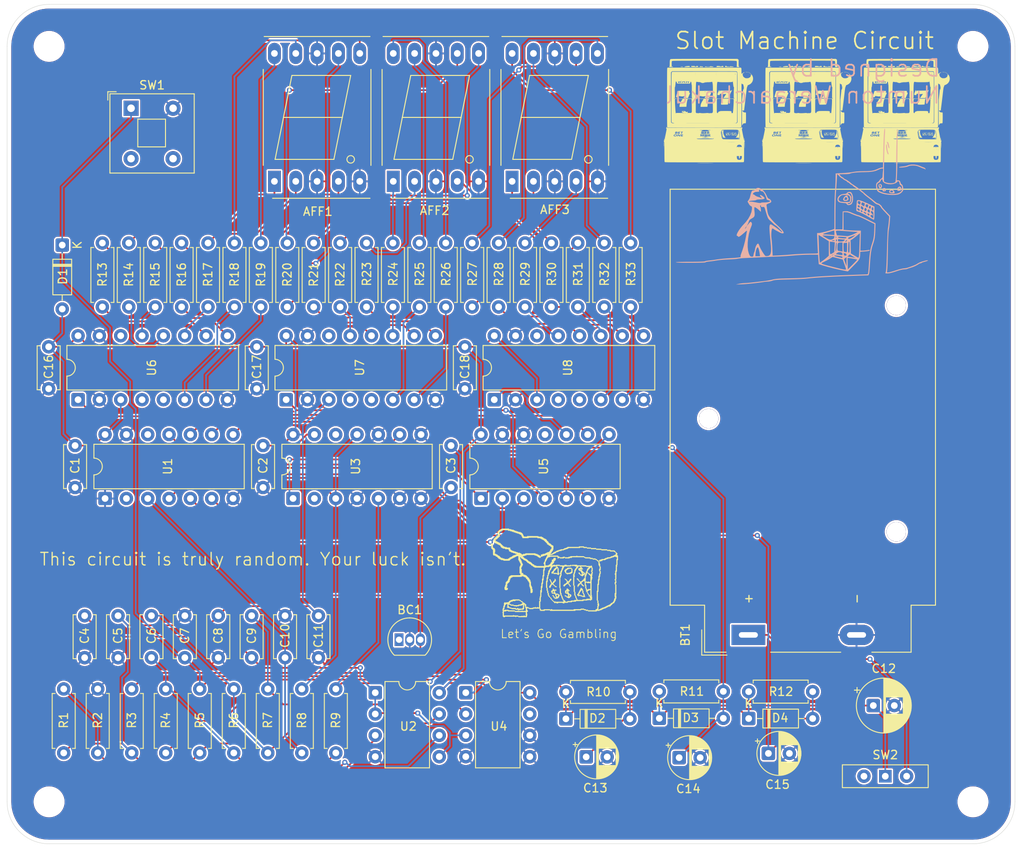
<source format=kicad_pcb>
(kicad_pcb (version 20241229) (generator "pcbnew") (generator_version "9.0")
  (title_block (title "Slot_Machine") (date "2025-11-02"))
  (layers (0 "F.Cu" signal) (2 "B.Cu" signal) (13 "F.Paste" user) (15 "B.Paste" user) (5 "F.SilkS" user "F.Silkscreen") (7 "B.SilkS" user "B.Silkscreen") (1 "F.Mask" user) (3 "B.Mask" user) (25 "Edge.Cuts" user))
  (net 0 "")
  (net 1 "Net-(AFF1-a)")
  (net 2 "Net-(AFF1-b)")
  (net 3 "Net-(AFF1-d)")
  (net 4 "GND")
  (net 5 "Net-(AFF1-e)")
  (net 6 "Net-(AFF1-c)")
  (net 7 "Net-(AFF1-f)")
  (net 8 "Net-(AFF1-g)")
  (net 9 "Net-(AFF2-f)")
  (net 10 "Net-(AFF2-d)")
  (net 11 "Net-(AFF2-g)")
  (net 12 "Net-(AFF2-c)")
  (net 13 "Net-(AFF2-a)")
  (net 14 "Net-(AFF2-b)")
  (net 15 "Net-(AFF2-e)")
  (net 16 "Net-(AFF3-a)")
  (net 17 "Net-(AFF3-e)")
  (net 18 "Net-(AFF3-b)")
  (net 19 "Net-(AFF3-c)")
  (net 20 "Net-(AFF3-f)")
  (net 21 "Net-(AFF3-d)")
  (net 22 "Net-(AFF3-g)")
  (net 23 "Net-(BC1-E)")
  (net 24 "Net-(BT1-+)")
  (net 25 "VDD")
  (net 26 "Net-(C3-Pad2)")
  (net 27 "/V_REF")
  (net 29 "Net-(C6-Pad2)")
  (net 30 "/RUN")
  (net 31 "Net-(U2B--)")
  (net 32 "Net-(C10-Pad1)")
  (net 33 "/NOISE_OUT")
  (net 34 "Net-(D2-A)")
  (net 35 "Net-(D3-A)")
  (net 36 "Net-(D4-A)")
  (net 37 "Net-(U4A--)")
  (net 38 "Net-(U2A-+)")
  (net 39 "/CLK")
  (net 40 "Net-(U6-a)")
  (net 41 "Net-(U6-b)")
  (net 42 "Net-(U6-c)")
  (net 43 "Net-(U6-d)")
  (net 44 "Net-(U6-e)")
  (net 45 "Net-(U6-f)")
  (net 46 "Net-(U6-g)")
  (net 47 "Net-(U7-a)")
  (net 48 "Net-(U7-b)")
  (net 49 "Net-(U7-c)")
  (net 50 "Net-(U7-d)")
  (net 51 "Net-(U7-e)")
  (net 52 "Net-(U7-f)")
  (net 53 "Net-(U7-g)")
  (net 54 "Net-(U8-a)")
  (net 55 "Net-(U8-b)")
  (net 56 "Net-(U8-c)")
  (net 57 "Net-(U8-d)")
  (net 58 "Net-(U8-e)")
  (net 59 "Net-(U8-f)")
  (net 60 "Net-(U8-g)")
  (net 65 "Net-(U1-Pad10)")
  (net 66 "Net-(U1-Pad8)")
  (net 68 "Net-(U1-Pad6)")
  (net 70 "Net-(U3A-Q)")
  (net 71 "Net-(U6-CLK)")
  (net 72 "/SYNC")
  (net 73 "Net-(U7-CLK)")
  (net 74 "Net-(U8-CLK)")
  (footprint "Capacitor_THT:C_Disc_D5.0mm_W2.5mm_P5.00mm" (layer "F.Cu") (at 115.662566 97.112366 90)
    (property "Reference" "C17")
    (property "Value" "100n")
  )
  (footprint "Capacitor_THT:C_Disc_D5.0mm_W2.5mm_P5.00mm" (layer "F.Cu") (at 90.885966 97.112366 90)
    (property "Reference" "C16")
    (property "Value" "100n")
  )
  (footprint "Capacitor_THT:C_Disc_D5.0mm_W2.5mm_P5.00mm" (layer "F.Cu") (at 123.006966 129.150766 90)
    (property "Reference" "C11")
    (property "Value" "100n")
  )
  (footprint "MountingHole:MountingHole_3.2mm_M3" (layer "F.Cu") (at 200.934466 146.324466)
    (property "Reference" "H3" (hide yes))
    (property "Value" "MountingHole")
  )
  (footprint "Package_DIP:DIP-14_W7.62mm" (layer "F.Cu") (at 142.361766 110.185866 90)
    (property "Reference" "U5")
    (property "Value" "4081")
  )
  (footprint "Resistor_THT:R_Axial_DIN0207_L6.3mm_D2.5mm_P7.62mm_Horizontal" (layer "F.Cu") (at 128.728366 87.368166 90)
    (property "Reference" "R23")
    (property "Value" "2.2k")
  )
  (footprint "Capacitor_THT:CP_Radial_D5.0mm_P2.50mm" (layer "F.Cu") (at 176.577366 140.555666)
    (property "Reference" "C15")
    (property "Value" "4.7u")
  )
  (footprint "Capacitor_THT:C_Disc_D5.0mm_W2.5mm_P5.00mm" (layer "F.Cu") (at 95.167266 129.150766 90)
    (property "Reference" "C4")
    (property "Value" "100n")
  )
  (footprint "Resistor_THT:R_Axial_DIN0207_L6.3mm_D2.5mm_P7.62mm_Horizontal" (layer "F.Cu") (at 135.018266 87.368166 90)
    (property "Reference" "R25")
    (property "Value" "2.2k")
  )
  (footprint "Resistor_THT:R_Axial_DIN0207_L6.3mm_D2.5mm_P7.62mm_Horizontal" (layer "F.Cu") (at 152.469366 133.230166)
    (property "Reference" "R10")
    (property "Value" "150k")
  )
  (footprint "Package_DIP:DIP-14_W7.62mm" (layer "F.Cu") (at 97.600066 110.185866 90)
    (property "Reference" "U1")
    (property "Value" "40106")
  )
  (footprint "Resistor_THT:R_Axial_DIN0207_L6.3mm_D2.5mm_P7.62mm_Horizontal" (layer "F.Cu") (at 144.453166 87.368166 90)
    (property "Reference" "R28")
    (property "Value" "2.2k")
  )
  (footprint "Resistor_THT:R_Axial_DIN0207_L6.3mm_D2.5mm_P7.62mm_Horizontal" (layer "F.Cu") (at 138.163266 87.368166 90)
    (property "Reference" "R26")
    (property "Value" "2.2k")
  )
  (footprint "Resistor_THT:R_Axial_DIN0207_L6.3mm_D2.5mm_P7.62mm_Horizontal" (layer "F.Cu") (at 153.888066 87.368166 90)
    (property "Reference" "R31")
    (property "Value" "2.2k")
  )
  (footprint "Package_TO_SOT_THT:TO-92_Inline" (layer "F.Cu") (at 132.601166 127.012666)
    (property "Reference" "BC1")
    (property "Value" "BC337")
  )
  (footprint "Resistor_THT:R_Axial_DIN0207_L6.3mm_D2.5mm_P7.62mm_Horizontal" (layer "F.Cu") (at 109.858566 87.368166 90)
    (property "Reference" "R17")
    (property "Value" "2.2k")
  )
  (footprint "Resistor_THT:R_Axial_DIN0207_L6.3mm_D2.5mm_P7.62mm_Horizontal" (layer "F.Cu") (at 141.308266 87.368166 90)
    (property "Reference" "R27")
    (property "Value" "2.2k")
  )
  (footprint "Resistor_THT:R_Axial_DIN0207_L6.3mm_D2.5mm_P7.62mm_Horizontal" (layer "F.Cu") (at 97.278666 87.368166 90)
    (property "Reference" "R13")
    (property "Value" "2.2k")
  )
  (footprint "Capacitor_THT:C_Disc_D5.0mm_W2.5mm_P5.00mm" (layer "F.Cu") (at 119.029866 129.150766 90)
    (property "Reference" "C10")
    (property "Value" "100n")
  )
  (footprint "LOGO" (layer "F.Cu") (at 168.919293 64.253381)
    (property "Reference" "G1" (hide yes))
    (property "Value" "LOGO" (hide yes))
  )
  (footprint "MountingHole:MountingHole_3.2mm_M3" (layer "F.Cu") (at 200.934466 56.324466)
    (property "Reference" "H2" (hide yes))
    (property "Value" "MountingHole")
  )
  (footprint "Capacitor_THT:CP_Radial_D5.0mm_P2.50mm" (layer "F.Cu") (at 154.881466 140.972866)
    (property "Reference" "C13")
    (property "Value" "4.7u")
  )
  (footprint "Package_DIP:DIP-8_W7.62mm" (layer "F.Cu") (at 129.768166 133.321966)
    (property "Reference" "U2")
    (property "Value" "LM358")
  )
  (footprint "Resistor_THT:R_Axial_DIN0207_L6.3mm_D2.5mm_P7.62mm_Horizontal" (layer "F.Cu") (at 104.826366 140.496766 90)
    (property "Reference" "R4")
    (property "Value" "10k")
  )
  (footprint "MountingHole:MountingHole_3.2mm_M3" (layer "F.Cu") (at 90.934466 56.324466)
    (property "Reference" "H1" (hide yes))
    (property "Value" "MountingHole")
  )
  (footprint "Resistor_THT:R_Axial_DIN0207_L6.3mm_D2.5mm_P7.62mm_Horizontal" (layer "F.Cu") (at 122.438366 87.368166 90)
    (property "Reference" "R21")
    (property "Value" "2.2k")
  )
  (footprint "LOGO" (layer "F.Cu") (at 192.337438 64.253381)
    (property "Reference" "G3" (hide yes))
    (property "Value" "LOGO" (hide yes))
  )
  (footprint "Package_DIP:DIP-8_W7.62mm" (layer "F.Cu") (at 140.548166 133.321966)
    (property "Reference" "U4")
    (property "Value" "LM393")
  )
  (footprint "Package_DIP:DIP-16_W7.62mm" (layer "F.Cu") (at 94.384266 98.417366 90)
    (property "Reference" "U6")
    (property "Value" "4026")
  )
  (footprint "Resistor_THT:R_Axial_DIN0207_L6.3mm_D2.5mm_P7.62mm_Horizontal" (layer "F.Cu") (at 125.076366 140.496766 90)
    (property "Reference" "R9")
    (property "Value" "10k")
  )
  (footprint "Resistor_THT:R_Axial_DIN0207_L6.3mm_D2.5mm_P7.62mm_Horizontal" (layer "F.Cu") (at 103.568566 87.368166 90)
    (property "Reference" "R15")
    (property "Value" "2.2k")
  )
  (footprint "Resistor_THT:R_Axial_DIN0207_L6.3mm_D2.5mm_P7.62mm_Horizontal" (layer "F.Cu") (at 100.776366 140.496766 90)
    (property "Reference" "R3")
    (property "Value" "100k")
  )
  (footprint "LOGO" (layer "F.Cu") (at 180.628366 64.253381)
    (property "Reference" "G2" (hide yes))
    (property "Value" "LOGO" (hide yes))
  )
  (footprint "Diode_THT:D_DO-35_SOD27_P7.62mm_Horizontal" (layer "F.Cu") (at 152.469366 136.435166)
    (property "Reference" "D2")
    (property "Value" "1N4148")
  )
  (footprint "Resistor_THT:R_Axial_DIN0207_L6.3mm_D2.5mm_P7.62mm_Horizontal" (layer "F.Cu") (at 131.873366 87.368166 90)
    (property "Reference" "R24")
    (property "Value" "2.2k")
  )
  (footprint "Resistor_THT:R_Axial_DIN0207_L6.3mm_D2.5mm_P7.62mm_Horizontal" (layer "F.Cu") (at 108.876366 140.496766 90)
    (property "Reference" "R5")
    (property "Value" "100k")
  )
  (footprint "Battery:BatteryHolder_MPD_BA9VPC_1xPP3" (layer "F.Cu") (at 174.190466 126.441366 90)
    (property "Reference" "BT1")
    (property "Value" "9V")
  )
  (footprint "Resistor_THT:R_Axial_DIN0207_L6.3mm_D2.5mm_P7.62mm_Horizontal" (layer "F.Cu") (at 106.713566 87.368166 90)
    (property "Reference" "R16")
    (property "Value" "2.2k")
  )
  (footprint "Resistor_THT:R_Axial_DIN0207_L6.3mm_D2.5mm_P7.62mm_Horizontal" (layer "F.Cu") (at 116.148466 87.368166 90)
    (property "Reference" "R19")
    (property "Value" "2.2k")
  )
  (footprint "Resistor_THT:R_Axial_DIN0207_L6.3mm_D2.5mm_P7.62mm_Horizontal" (layer "F.Cu") (at 112.926366 140.496766 90)
    (property "Reference" "R6")
    (property "Value" "1M")
  )
  (footprint "Display_7Segment:7SegmentLED_LTS6760_LTS6780" (layer "F.Cu") (at 146.063566 72.405366 90)
    (property "Reference" "AFF3")
    (property "Value" "5161AS")
  )
  (footprint "Capacitor_THT:CP_Radial_D6.3mm_P2.50mm" (layer "F.Cu") (at 189.068266 134.853266)
    (property "Reference" "C12")
    (property "Value" "47u")
  )
  (footprint "Capacitor_THT:C_Disc_D5.0mm_W2.5mm_P5.00mm" (layer "F.Cu") (at 111.075666 129.150766 90)
    (property "Reference" "C8")
    (property "Value" "100n")
  )
  (footprint "Capacitor_THT:C_Disc_D5.0mm_W2.5mm_P5.00mm" (layer "F.Cu") (at 99.144366 129.150766 90)
    (property "Reference" "C5")
    (property "Value" "100n")
  )
  (footprint "Resistor_THT:R_Axial_DIN0207_L6.3mm_D2.5mm_P7.62mm_Horizontal" (layer "F.Cu") (at 160.178066 87.368166 90)
    (property "Reference" "R33")
    (property "Value" "2.2k")
  )
  (footprint "Resistor_THT:R_Axial_DIN0207_L6.3mm_D2.5mm_P7.62mm_Horizontal" (layer "F.Cu") (at 92.676366 140.496766 90)
    (property "Reference" "R1")
    (property "Value" "22k")
  )
  (footprint "Button_Switch_THT:SW_Push_2P1T_Toggle_CK_PVA1xxH4xxxxxxV2" (layer "F.Cu") (at 100.695366 63.697366)
    (property "Reference" "SW1")
    (property "Value" "SW_Push_Dual")
  )
  (footprint "Resistor_THT:R_Axial_DIN0207_L6.3mm_D2.5mm_P7.62mm_Horizontal" (layer "F.Cu") (at 150.743166 87.368166 90)
    (property "Reference" "R30")
    (property "Value" "2.2k")
  )
  (footprint "Package_DIP:DIP-16_W7.62mm" (layer "F.Cu") (at 143.937466 98.417366 90)
    (property "Reference" "U8")
    (property "Value" "4026")
  )
  (footprint "Resistor_THT:R_Axial_DIN0207_L6.3mm_D2.5mm_P7.62mm_Horizontal" (layer "F.Cu") (at 125.583366 87.368166 90)
    (property "Reference" "R22")
    (property "Value" "2.2k")
  )
  (footprint "Package_DIP:DIP-16_W7.62mm" (layer "F.Cu") (at 119.160866 98.417366 90)
    (property "Reference" "U7")
    (property "Value" "4026")
  )
  (footprint "Package_DIP:DIP-14_W7.62mm" (layer "F.Cu") (at 119.980966 110.185866 90)
    (property "Reference" "U3")
    (property "Value" "4013")
  )
  (footprint "Capacitor_THT:C_Disc_D5.0mm_W2.5mm_P5.00mm" (layer "F.Cu") (at 103.121466 129.150766 90)
    (property "Reference" "C6")
    (property "Value" "68p")
  )
  (footprint "Capacitor_THT:C_Disc_D5.0mm_W2.5mm_P5.00mm" (layer "F.Cu") (at 115.052766 129.150766 90)
    (property "Reference" "C9")
    (property "Value" "10n")
  )
  (footprint "Capacitor_THT:C_Disc_D5.0mm_W2.5mm_P5.00mm" (layer "F.Cu") (at 140.439166 97.112366 90)
    (property "Reference" "C18")
    (property "Value" "100n")
  )
  (footprint "Capacitor_THT:C_Disc_D5.0mm_W2.5mm_P5.00mm" (layer "F.Cu") (at 116.410466 108.880866 90)
    (property "Reference" "C2")
    (property "Value" "100n")
  )
  (footprint "Capacitor_THT:C_Disc_D5.0mm_W2.5mm_P5.00mm" (layer "F.Cu") (at 138.791366 108.880866 90)
    (property "Reference" "C3")
    (property "Value" "4.7n")
  )
  (footprint "Resistor_THT:R_Axial_DIN0207_L6.3mm_D2.5mm_P7.62mm_Horizontal" (layer "F.Cu") (at 147.598166 87.368166 90)
    (property "Reference" "R29")
    (property "Value" "2.2k")
  )
  (footprint "Diode_THT:D_DO-35_SOD27_P7.62mm_Horizontal" (layer "F.Cu") (at 92.499766 79.994366 -90)
    (property "Reference" "D1")
    (property "Value" "1N4148")
  )
  (footprint "Resistor_THT:R_Axial_DIN0207_L6.3mm_D2.5mm_P7.62mm_Horizontal" (layer "F.Cu") (at 174.229266 133.195966)
    (property "Reference" "R12")
    (property "Value" "470k")
  )
  (footprint "Resistor_THT:R_Axial_DIN0207_L6.3mm_D2.5mm_P7.62mm_Horizontal" (layer "F.Cu") (at 163.589966 133.169066)
    (property "Reference" "R11")
    (property "Value" "330k")
  )
  (footprint "Capacitor_THT:C_Disc_D5.0mm_W2.5mm_P5.00mm" (layer "F.Cu") (at 107.098566 129.150766 90)
    (property "Reference" "C7")
    (property "Value" "100n")
  )
  (footprint "Diode_THT:D_DO-35_SOD27_P7.62mm_Horizontal" (layer "F.Cu") (at 174.229266 136.400966)
    (property "Reference" "D4")
    (property "Value" "1N4148")
  )
  (footprint "Display_7Segment:7SegmentLED_LTS6760_LTS6780" (layer "F.Cu") (at 131.913566 72.405366 90)
    (property "Reference" "AFF2")
    (property "Value" "5161AS")
  )
  (footprint "Resistor_THT:R_Axial_DIN0207_L6.3mm_D2.5mm_P7.62mm_Horizontal" (layer "F.Cu") (at 121.026366 140.496766 90)
    (property "Reference" "R8")
    (property "Value" "10k")
  )
  (footprint "Resistor_THT:R_Axial_DIN0207_L6.3mm_D2.5mm_P7.62mm_Horizontal" (layer "F.Cu") (at 119.293466 87.368166 90)
    (property "Reference" "R20")
    (property "Value" "2.2k")
  )
  (footprint "Resistor_THT:R_Axial_DIN0207_L6.3mm_D2.5mm_P7.62mm_Horizontal" (layer "F.Cu") (at 157.033066 87.368166 90)
    (property "Reference" "R32")
    (property "Value" "2.2k")
  )
  (footprint "MountingHole:MountingHole_3.2mm_M3" (layer "F.Cu") (at 90.934466 146.324466)
    (property "Reference" "H4" (hide yes))
    (property "Value" "MountingHole")
  )
  (footprint "Capacitor_THT:C_Disc_D5.0mm_W2.5mm_P5.00mm" (layer "F.Cu") (at 94.029666 108.880866 90)
    (property "Reference" "C1")
    (property "Value" "100n")
  )
  (footprint "Display_7Segment:7SegmentLED_LTS6760_LTS6780" (layer "F.Cu") (at 117.763566 72.405366 90)
    (property "Reference" "AFF1")
    (property "Value" "5161AS")
  )
  (footprint "Resistor_THT:R_Axial_DIN0207_L6.3mm_D2.5mm_P7.62mm_Horizontal" (layer "F.Cu") (at 116.976366 140.496766 90)
    (property "Reference" "R7")
    (property "Value" "10k")
  )
  (footprint "Diode_THT:D_DO-35_SOD27_P7.62mm_Horizontal" (layer "F.Cu") (at 163.589966 136.374166)
    (property "Reference" "D3")
    (property "Value" "1N4148")
  )
  (footprint "LOGO" (layer "F.Cu") (at 151.110333 118.926248)
    (property "Reference" "G5" (hide yes))
    (property "Value" "LOGO" (hide yes))
  )
  (footprint "Switch:SW_Slide-03_Wuerth-WS-SLTV_10x2.5x6.4_P2.54mm_Custom" (layer "F.Cu") (at 190.495366 143.273866)
    (property "Reference" "SW2")
    (property "Value" "SW_SPDT")
  )
  (footprint "Resistor_THT:R_Axial_DIN0207_L6.3mm_D2.5mm_P7.62mm_Horizontal" (layer "F.Cu") (at 100.423666 87.368166 90)
    (property "Reference" "R14")
    (property "Value" "2.2k")
  )
  (footprint "Resistor_THT:R_Axial_DIN0207_L6.3mm_D2.5mm_P7.62mm_Horizontal" (layer "F.Cu") (at 113.003466 87.368166 90)
    (property "Reference" "R18")
    (property "Value" "2.2k")
  )
  (footprint "Resistor_THT:R_Axial_DIN0207_L6.3mm_D2.5mm_P7.62mm_Horizontal" (layer "F.Cu") (at 96.726366 140.496766 90)
    (property "Reference" "R2")
    (property "Value" "22k")
  )
  (footprint "Capacitor_THT:CP_Radial_D5.0mm_P2.50mm" (layer "F.Cu") (at 165.951466 141.061566)
    (property "Reference" "C14")
    (property "Value" "4.7u")
  )
  (footprint "LOGO" (layer "B.Cu") (at 180.573426 75.41004 180)
    (property "Reference" "G4" (hide yes))
    (property "Value" "LOGO" (hide yes))
  )
  (gr_line (start 200.934466 151.324466) (end 90.934466 151.324466) (stroke (width 0.05)) (layer "Edge.Cuts"))
  (gr_line (start 90.934466 51.324466) (end 200.934466 51.324466) (stroke (width 0.05)) (layer "Edge.Cuts"))
  (gr_line (start 85.934466 146.324466) (end 85.934466 56.324466) (stroke (width 0.05)) (layer "Edge.Cuts"))
  (gr_arc (start 205.934466 146.324466) (mid 204.47 149.86) (end 200.934466 151.324466) (stroke (width 0.05)) (layer "Edge.Cuts"))
  (gr_arc (start 200.934466 51.324466) (mid 204.47 52.788932) (end 205.934466 56.324466) (stroke (width 0.05)) (layer "Edge.Cuts"))
  (gr_line (start 205.934466 56.324466) (end 205.934466 146.324466) (stroke (width 0.05)) (layer "Edge.Cuts"))
  (gr_arc (start 90.934466 151.324466) (mid 87.398932 149.86) (end 85.934466 146.324466) (stroke (width 0.05)) (layer "Edge.Cuts"))
  (gr_arc (start 85.934466 56.324466) (mid 87.398932 52.788932) (end 90.934466 51.324466) (stroke (width 0.05)) (layer "Edge.Cuts"))
  (gr_text "Slot Machine Circuit" (at 165.313786 56.81045 0) (layer "F.SilkS") (effects (font (size 2 2) (thickness 0.2)) (justify left bottom)))
  (gr_text "This circuit is truly random. Your luck isn't." (at 89.702279 118.295319 0) (layer "F.SilkS") (effects (font (size 1.5 1.5)) (justify left bottom)))
  (gr_text "Let's Go Gambling" (at 144.60523 126.901713 0) (layer "F.SilkS") (effects (font (size 1 1) (thickness 0.1)) (justify left bottom)))
  (gr_text "Designed by\nNumton Weraarchakul" (at 197.187898 63.308664 0) (layer "B.SilkS") (effects (font (size 2 2) (thickness 0.2)) (justify left bottom mirror)))
  (segment (start 99.698066 82.167566) (end 97.278666 79.748166) (width 0.2) (layer "F.Cu") (net 1))
  (segment (start 122.691766 82.167566) (end 99.698066 82.167566) (width 0.2) (layer "F.Cu") (net 1))
  (via (at 122.691766 82.167566) (size 0.6) (drill 0.3) (layers "F.Cu" "B.Cu") (net 1))
  (segment (start 125.383566 58.729066) (end 124.084266 60.028366) (width 0.2) (layer "B.Cu") (net 1))
  (segment (start 125.383566 57.165366) (end 125.383566 58.729066) (width 0.2) (layer "B.Cu") (net 1))
  (segment (start 124.084266 60.028366) (end 124.084266 80.775066) (width 0.2) (layer "B.Cu") (net 1))
  (segment (start 124.084266 80.775066) (end 122.691766 82.167566) (width 0.2) (layer "B.Cu") (net 1))
  (segment (start 100.423666 79.748166) (end 101.896366 78.275466) (width 0.2) (layer "F.Cu") (net 2))
  (segment (start 101.896366 58.741166) (end 105.035866 55.601666) (width 0.2) (layer "F.Cu") (net 2))
  (segment (start 101.896366 78.275466) (end 101.896366 58.741166) (width 0.2) (layer "F.Cu") (net 2))
  (segment (start 127.923566 57.165366) (end 127.923566 55.601666) (width 0.2) (layer "F.Cu") (net 2))
  (segment (start 127.923566 55.601666) (end 105.035866 55.601666) (width 0.2) (layer "F.Cu") (net 2))
  (segment (start 110.332966 80.860666) (end 107.826066 80.860666) (width 0.2) (layer "F.Cu") (net 3))
  (segment (start 120.303566 73.969066) (end 115.626166 78.646466) (width 0.2) (layer "F.Cu") (net 3))
  (segment (start 107.826066 80.860666) (end 106.713566 79.748166) (width 0.2) (layer "F.Cu") (net 3))
  (segment (start 120.303566 72.405366) (end 120.303566 73.969066) (width 0.2) (layer "F.Cu") (net 3))
  (segment (start 115.626166 78.646466) (end 112.547166 78.646466) (width 0.2) (layer "F.Cu") (net 3))
  (segment (start 112.547166 78.646466) (end 110.332966 80.860666) (width 0.2) (layer "F.Cu") (net 3))
  (segment (start 127.923566 72.405366) (end 127.923566 71.623466) (width 0.2) (layer "F.Cu") (net 4))
  (segment (start 117.763566 73.969066) (end 115.637666 73.969066) (width 0.2) (layer "F.Cu") (net 5))
  (segment (start 117.763566 72.405366) (end 117.763566 73.969066) (width 0.2) (layer "F.Cu") (net 5))
  (segment (start 115.637666 73.969066) (end 109.858566 79.748166) (width 0.2) (layer "F.Cu") (net 5))
  (segment (start 123.399366 73.969066) (end 125.383566 73.969066) (width 0.2) (layer "F.Cu") (net 6))
  (segment (start 103.568566 79.748166) (end 105.082766 81.262366) (width 0.2) (layer "F.Cu") (net 6))
  (segment (start 118.163766 79.322066) (end 118.163766 79.204666) (width 0.2) (layer "F.Cu") (net 6))
  (segment (start 105.082766 81.262366) (end 116.223466 81.262366) (width 0.2) (layer "F.Cu") (net 6))
  (segment (start 125.383566 72.405366) (end 125.383566 73.969066) (width 0.2) (layer "F.Cu") (net 6))
  (segment (start 116.223466 81.262366) (end 118.163766 79.322066) (width 0.2) (layer "F.Cu") (net 6))
  (segment (start 118.163766 79.204666) (end 123.399366 73.969066) (width 0.2) (layer "F.Cu") (net 6))
  (segment (start 113.003466 59.914566) (end 113.003466 79.748166) (width 0.2) (layer "B.Cu") (net 7))
  (segment (start 120.303566 57.165366) (end 120.303566 55.601666) (width 0.2) (layer "B.Cu") (net 7))
  (segment (start 120.303566 55.601666) (end 117.316366 55.601666) (width 0.2) (layer "B.Cu") (net 7))
  (segment (start 117.316366 55.601666) (end 113.003466 59.914566) (width 0.2) (layer "B.Cu") (net 7))
  (segment (start 116.148466 79.748166) (end 116.148466 60.344166) (width 0.2) (layer "B.Cu") (net 8))
  (segment (start 117.763566 57.165366) (end 117.763566 58.729066) (width 0.2) (layer "B.Cu") (net 8))
  (segment (start 116.148466 60.344166) (end 117.763566 58.729066) (width 0.2) (layer "B.Cu") (net 8))
  (segment (start 135.517666 79.248766) (end 135.517666 59.793166) (width 0.2) (layer "B.Cu") (net 9))
  (segment (start 135.018266 79.748166) (end 135.517666 79.248766) (width 0.2) (layer "B.Cu") (net 9))
  (segment (start 135.517666 59.793166) (end 134.453566 58.729066) (width 0.2) (layer "B.Cu") (net 9))
  (segment (start 134.453566 57.165366) (end 134.453566 58.729066) (width 0.2) (layer "B.Cu") (net 9))
  (segment (start 134.453566 72.405366) (end 134.453566 73.969066) (width 0.2) (layer "B.Cu") (net 10))
  (segment (start 128.728366 79.748166) (end 129.862366 80.882166) (width 0.2) (layer "B.Cu") (net 10))
  (segment (start 133.451466 79.759166) (end 133.451466 74.971166) (width 0.2) (layer "B.Cu") (net 10))
  (segment (start 133.451466 74.971166) (end 134.453566 73.969066) (width 0.2) (layer "B.Cu") (net 10))
  (segment (start 129.862366 80.882166) (end 132.328466 80.882166) (width 0.2) (layer "B.Cu") (net 10))
  (segment (start 132.328466 80.882166) (end 133.451466 79.759166) (width 0.2) (layer "B.Cu") (net 10))
  (segment (start 131.913566 57.165366) (end 131.913566 55.601666) (width 0.2) (layer "B.Cu") (net 11))
  (segment (start 135.517466 56.190166) (end 134.928966 55.601666) (width 0.2) (layer "B.Cu") (net 11))
  (segment (start 138.163266 60.753166) (end 135.517466 58.107366) (width 0.2) (layer "B.Cu") (net 11))
  (segment (start 138.163266 79.748166) (end 138.163266 60.753166) (width 0.2) (layer "B.Cu") (net 11))
  (segment (start 134.928966 55.601666) (end 131.913566 55.601666) (width 0.2) (layer "B.Cu") (net 11))
  (segment (start 135.517466 58.107366) (end 135.517466 56.190166) (width 0.2) (layer "B.Cu") (net 11))
  (segment (start 141.374466 73.857466) (end 139.922366 72.405366) (width 0.2) (layer "F.Cu") (net 12))
  (segment (start 139.922366 72.405366) (end 139.533566 72.405366) (width 0.2) (layer "F.Cu") (net 12))
  (segment (start 141.374466 74.301466) (end 141.374466 73.857466) (width 0.2) (layer "F.Cu") (net 12))
  (segment (start 130.328166 75.003366) (end 140.672566 75.003366) (width 0.2) (layer "F.Cu") (net 12))
  (segment (start 140.672566 75.003366) (end 141.374466 74.301466) (width 0.2) (layer "F.Cu") (net 12))
  (segment (start 125.583366 79.748166) (end 130.328166 75.003366) (width 0.2) (layer "F.Cu") (net 12))
  (segment (start 136.724766 61.537866) (end 139.533566 58.729066) (width 0.2) (layer "F.Cu") (net 13))
  (segment (start 139.533566 57.165366) (end 139.533566 58.729066) (width 0.2) (layer "F.Cu") (net 13))
  (segment (start 119.550166 61.537866) (end 136.724766 61.537866) (width 0.2) (layer "F.Cu") (net 13))
  (via (at 119.550166 61.537866) (size 0.6) (drill 0.3) (layers "F.Cu" "B.Cu") (net 13))
  (segment (start 119.193066 61.894966) (end 119.193066 79.647766) (width 0.2) (layer "B.Cu") (net 13))
  (segment (start 119.550166 61.537866) (end 119.193066 61.894966) (width 0.2) (layer "B.Cu") (net 13))
  (segment (start 119.193066 79.647766) (end 119.293466 79.748166) (width 0.2) (layer "B.Cu") (net 13))
  (segment (start 122.438366 79.748166) (end 128.091966 74.094566) (width 0.2) (layer "F.Cu") (net 14))
  (segment (start 128.091966 74.094566) (end 140.721366 74.094566) (width 0.2) (layer "F.Cu") (net 14))
  (via (at 140.721366 74.094566) (size 0.6) (drill 0.3) (layers "F.Cu" "B.Cu") (net 14))
  (segment (start 140.721366 74.094566) (end 140.721366 60.081266) (width 0.2) (layer "B.Cu") (net 14))
  (segment (start 140.721366 60.081266) (end 142.073566 58.729066) (width 0.2) (layer "B.Cu") (net 14))
  (segment (start 142.073566 57.165366) (end 142.073566 58.729066) (width 0.2) (layer "B.Cu") (net 14))
  (segment (start 131.873366 74.009266) (end 131.913566 73.969066) (width 0.2) (layer "B.Cu") (net 15))
  (segment (start 131.913566 72.405366) (end 131.913566 73.969066) (width 0.2) (layer "B.Cu") (net 15))
  (segment (start 131.873366 79.748166) (end 131.873366 74.009266) (width 0.2) (layer "B.Cu") (net 15))
  (segment (start 153.683566 57.165366) (end 153.683566 58.729066) (width 0.2) (layer "F.Cu") (net 16))
  (segment (start 147.274966 58.729066) (end 146.863366 59.140666) (width 0.2) (layer "F.Cu") (net 16))
  (segment (start 153.683566 58.729066) (end 147.274966 58.729066) (width 0.2) (layer "F.Cu") (net 16))
  (via (at 146.863366 59.140666) (size 0.6) (drill 0.3) (layers "F.Cu" "B.Cu") (net 16))
  (segment (start 143.352966 77.703466) (end 141.308266 79.748166) (width 0.2) (layer "B.Cu") (net 16))
  (segment (start 146.863366 59.140666) (end 143.352966 62.651066) (width 0.2) (layer "B.Cu") (net 16))
  (segment (start 143.352966 62.651066) (end 143.352966 77.703466) (width 0.2) (layer "B.Cu") (net 16))
  (segment (start 146.063566 76.508166) (end 146.063566 72.405366) (width 0.2) (layer "F.Cu") (net 17))
  (segment (start 150.257366 80.851466) (end 149.641466 80.235566) (width 0.2) (layer "F.Cu") (net 17))
  (segment (start 152.784766 80.851466) (end 150.257366 80.851466) (width 0.2) (layer "F.Cu") (net 17))
  (segment (start 153.888066 79.748166) (end 152.784766 80.851466) (width 0.2) (layer "F.Cu") (net 17))
  (segment (start 149.641466 80.235566) (end 149.641466 80.086066) (width 0.2) (layer "F.Cu") (net 17))
  (segment (start 149.641466 80.086066) (end 146.063566 76.508166) (width 0.2) (layer "F.Cu") (net 17))
  (segment (start 148.145366 55.601666) (end 156.223566 55.601666) (width 0.2) (layer "B.Cu") (net 18))
  (segment (start 156.223566 57.165366) (end 156.223566 55.601666) (width 0.2) (layer "B.Cu") (net 18))
  (segment (start 144.453166 79.748166) (end 147.465066 76.736266) (width 0.2) (layer "B.Cu") (net 18))
  (segment (start 147.465066 76.736266) (end 147.465066 56.281966) (width 0.2) (layer "B.Cu") (net 18))
  (segment (start 147.465066 56.281966) (end 148.145366 55.601666) (width 0.2) (layer "B.Cu") (net 18))
  (segment (start 153.683566 73.969066) (end 153.377266 73.969066) (width 0.2) (layer "B.Cu") (net 19))
  (segment (start 153.683566 72.405366) (end 153.683566 73.969066) (width 0.2) (layer "B.Cu") (net 19))
  (segment (start 153.377266 73.969066) (end 147.598166 79.748166) (width 0.2) (layer "B.Cu") (net 19))
  (segment (start 154.953566 65.847266) (end 154.953566 77.668666) (width 0.2) (layer "B.Cu") (net 20))
  (segment (start 154.787266 65.680966) (end 154.953566 65.847266) (width 0.2) (layer "B.Cu") (net 20))
  (segment (start 154.953566 77.668666) (end 157.033066 79.748166) (width 0.2) (layer "B.Cu") (net 20))
  (segment (start 154.787266 65.680966) (end 154.953566 65.847266) (width 0.2) (layer "B.Cu") (net 20))
  (segment (start 148.603566 57.165366) (end 148.603566 58.729066) (width 0.2) (layer "B.Cu") (net 20))
  (segment (start 148.603566 59.497266) (end 154.787266 65.680966) (width 0.2) (layer "B.Cu") (net 20))
  (segment (start 148.603566 58.729066) (end 148.603566 59.497266) (width 0.2) (layer "B.Cu") (net 20))
  (segment (start 148.603566 77.608566) (end 148.603566 72.405366) (width 0.2) (layer "F.Cu") (net 21))
  (segment (start 150.743166 79.748166) (end 148.603566 77.608566) (width 0.2) (layer "F.Cu") (net 21))
  (segment (start 146.063566 57.165366) (end 146.063566 58.729066) (width 0.2) (layer "F.Cu") (net 22))
  (segment (start 146.063566 59.191666) (end 148.409766 61.537866) (width 0.2) (layer "F.Cu") (net 22))
  (segment (start 148.409766 61.537866) (end 157.663566 61.537866) (width 0.2) (layer "F.Cu") (net 22))
  (segment (start 146.063566 58.729066) (end 146.063566 59.191666) (width 0.2) (layer "F.Cu") (net 22))
  (via (at 157.663566 61.537866) (size 0.6) (drill 0.3) (layers "F.Cu" "B.Cu") (net 22))
  (segment (start 160.178066 64.052366) (end 157.663566 61.537866) (width 0.2) (layer "B.Cu") (net 22))
  (segment (start 160.178066 79.748166) (end 160.178066 64.052366) (width 0.2) (layer "B.Cu") (net 22))
  (segment (start 135.141166 127.012666) (end 135.141166 128.064366) (width 0.2) (layer "F.Cu") (net 23))
  (segment (start 102.690766 130.962366) (end 100.776366 132.876766) (width 0.2) (layer "F.Cu") (net 23))
  (segment (start 135.141166 128.064366) (end 132.243166 130.962366) (width 0.2) (layer "F.Cu") (net 23))
  (segment (start 132.243166 130.962366) (end 102.690766 130.962366) (width 0.2) (layer "F.Cu") (net 23))
  (segment (start 135.141166 127.012666) (end 135.141166 112.531066) (width 0.2) (layer "B.Cu") (net 23))
  (segment (start 135.141166 112.531066) (end 138.791366 108.880866) (width 0.2) (layer "B.Cu") (net 23))
  (segment (start 179.381966 129.321166) (end 188.673466 129.321166) (width 0.2) (layer "F.Cu") (net 24))
  (segment (start 176.502166 126.441366) (end 179.381966 129.321166) (width 0.2) (layer "F.Cu") (net 24))
  (segment (start 174.190466 126.441366) (end 176.502166 126.441366) (width 0.2) (layer "F.Cu") (net 24))
  (via (at 188.673466 129.321166) (size 0.6) (drill 0.3) (layers "F.Cu" "B.Cu") (net 24))
  (segment (start 193.035366 143.273866) (end 193.035366 133.683066) (width 0.2) (layer "B.Cu") (net 24))
  (segment (start 193.035366 133.683066) (end 188.673466 129.321166) (width 0.2) (layer "B.Cu") (net 24))
  (segment (start 143.707966 133.321966) (end 148.168166 133.321966) (width 0.2) (layer "F.Cu") (net 25))
  (segment (start 119.160866 92.112366) (end 115.662566 92.112366) (width 0.2) (layer "F.Cu") (net 25))
  (segment (start 101.891466 141.611866) (end 107.761266 141.611866) (width 0.2) (layer "F.Cu") (net 25))
  (segment (start 95.699266 92.112366) (end 115.662566 92.112366) (width 0.2) (layer "F.Cu") (net 25))
  (segment (start 90.885966 92.112366) (end 93.069266 92.112366) (width 0.2) (layer "F.Cu") (net 25))
  (segment (start 93.069266 92.112366) (end 94.384266 90.797366) (width 0.2) (layer "F.Cu") (net 25))
  (segment (start 99.144366 124.150766) (end 100.287266 125.293666) (width 0.2) (layer "F.Cu") (net 25))
  (segment (start 149.699466 134.853266) (end 148.168166 133.321966) (width 0.2) (layer "F.Cu") (net 25))
  (segment (start 107.761266 141.611866) (end 108.876366 140.496766) (width 0.2) (layer "F.Cu") (net 25))
  (segment (start 140.439166 92.112366) (end 119.160866 92.112366) (width 0.2) (layer "F.Cu") (net 25))
  (segment (start 111.075666 124.150766) (end 112.209866 123.016566) (width 0.2) (layer "F.Cu") (net 25))
  (segment (start 137.388166 133.321966) (end 138.538566 132.171566) (width 0.2) (layer "F.Cu") (net 25))
  (segment (start 116.462866 141.613366) (end 123.959766 141.613366) (width 0.2) (layer "F.Cu") (net 25))
  (segment (start 138.538566 132.171566) (end 142.557566 132.171566) (width 0.2) (layer "F.Cu") (net 25))
  (segment (start 142.622466 92.112366) (end 140.439166 92.112366) (width 0.2) (layer "F.Cu") (net 25))
  (segment (start 119.160866 92.112366) (end 119.160866 90.797366) (width 0.2) (layer "F.Cu") (net 25))
  (segment (start 121.872766 123.016566) (end 123.006966 124.150766) (width 0.2) (layer "F.Cu") (net 25))
  (segment (start 97.600066 102.565866) (end 96.285066 103.880866) (width 0.2) (layer "F.Cu") (net 25))
  (segment (start 100.776366 140.496766) (end 99.662666 139.383066) (width 0.2) (layer "F.Cu") (net 25))
  (segment (start 123.959766 141.613366) (end 125.076366 140.496766) (width 0.2) (layer "F.Cu") (net 25))
  (segment (start 93.790066 139.383066) (end 92.676366 140.496766) (width 0.2) (layer "F.Cu") (net 25))
  (segment (start 112.209866 123.016566) (end 121.872766 123.016566) (width 0.2) (layer "F.Cu") (net 25))
  (segment (start 143.937466 90.797366) (end 142.622466 92.112366) (width 0.2) (layer "F.Cu") (net 25))
  (segment (start 118.665966 103.880866) (end 116.410466 103.880866) (width 0.2) (layer "F.Cu") (net 25))
  (segment (start 100.287266 125.293666) (end 109.932766 125.293666) (width 0.2) (layer "F.Cu") (net 25))
  (segment (start 100.776366 140.496766) (end 101.891466 141.611866) (width 0.2) (layer "F.Cu") (net 25))
  (segment (start 94.384266 90.797366) (end 95.699266 92.112366) (width 0.2) (layer "F.Cu") (net 25))
  (segment (start 114.222866 139.373366) (end 116.462866 141.613366) (width 0.2) (layer "F.Cu") (net 25))
  (segment (start 119.980966 102.565866) (end 118.665966 103.880866) (width 0.2) (layer "F.Cu") (net 25))
  (segment (start 109.932766 125.293666) (end 111.075666 124.150766) (width 0.2) (layer "F.Cu") (net 25))
  (segment (start 96.285066 103.880866) (end 94.029666 103.880866) (width 0.2) (layer "F.Cu") (net 25))
  (segment (start 109.999766 139.373366) (end 114.222866 139.373366) (width 0.2) (layer "F.Cu") (net 25))
  (segment (start 142.557566 132.171566) (end 143.707966 133.321966) (width 0.2) (layer "F.Cu") (net 25))
  (segment (start 108.876366 140.496766) (end 109.999766 139.373366) (width 0.2) (layer "F.Cu") (net 25))
  (segment (start 189.068266 134.853266) (end 149.699466 134.853266) (width 0.2) (layer "F.Cu") (net 25))
  (segment (start 99.662666 139.383066) (end 93.790066 139.383066) (width 0.2) (layer "F.Cu") (net 25))
  (segment (start 124.240866 98.417366) (end 121.148566 101.509666) (width 0.2) (layer "B.Cu") (net 25))
  (segment (start 92.645666 93.872066) (end 90.885966 92.112366) (width 0.2) (layer "B.Cu") (net 25))
  (segment (start 99.144366 124.150766) (end 100.311166 125.317566) (width 0.2) (layer "B.Cu") (net 25))
  (segment (start 137.388166 133.321966) (end 140.294766 130.415366) (width 0.2) (layer "B.Cu") (net 25))
  (segment (start 123.006966 124.150766) (end 121.148566 122.292366) (width 0.2) (layer "B.Cu") (net 25))
  (segment (start 190.495366 136.280366) (end 189.068266 134.853266) (width 0.2) (layer "B.Cu") (net 25))
  (segment (start 99.628766 139.349166) (end 100.776366 140.496766) (width 0.2) (layer "B.Cu") (net 25))
  (segment (start 92.499766 87.614366) (end 92.499766 90.498566) (width 0.2) (layer "B.Cu") (net 25))
  (segment (start 120.283766 102.565866) (end 119.980966 102.565866) (width 0.2) (layer "B.Cu") (net 25))
  (segment (start 121.148566 101.509666) (end 121.148566 102.565866) (width 0.2) (layer "B.Cu") (net 25))
  (segment (start 99.464266 98.417366) (end 99.464266 100.701666) (width 0.2) (layer "B.Cu") (net 25))
  (segment (start 92.645666 102.496866) (end 92.645666 93.872066) (width 0.2) (layer "B.Cu") (net 25))
  (segment (start 120.283766 91.920266) (end 119.160866 90.797366) (width 0.2) (layer "B.Cu") (net 25))
  (segment (start 92.499766 90.498566) (end 90.885966 92.112366) (width 0.2) (layer "B.Cu") (net 25))
  (segment (start 121.148566 102.565866) (end 120.283766 102.565866) (width 0.2) (layer "B.Cu") (net 25))
  (segment (start 140.294766 104.632866) (end 142.361766 102.565866) (width 0.2) (layer "B.Cu") (net 25))
  (segment (start 100.311166 130.847866) (end 99.628766 131.530266) (width 0.2) (layer "B.Cu") (net 25))
  (segment (start 120.283766 102.565866) (end 120.283766 91.920266) (width 0.2) (layer "B.Cu") (net 25))
  (segment (start 142.361766 94.034966) (end 140.439166 92.112366) (width 0.2) (layer "B.Cu") (net 25))
  (segment (start 149.017466 95.877366) (end 143.937466 90.797366) (width 0.2) (layer "B.Cu") (net 25))
  (segment (start 190.495366 143.273866) (end 190.495366 136.280366) (width 0.2) (layer "B.Cu") (net 25))
  (segment (start 99.464266 100.701666) (end 97.600066 102.565866) (width 0.2) (layer "B.Cu") (net 25))
  (segment (start 140.294766 130.415366) (end 140.294766 104.632866) (width 0.2) (layer "B.Cu") (net 25))
  (segment (start 142.361766 102.565866) (end 142.361766 94.034966) (width 0.2) (layer "B.Cu") (net 25))
  (segment (start 121.148566 122.292366) (end 121.148566 102.565866) (width 0.2) (layer "B.Cu") (net 25))
  (segment (start 94.029666 103.880866) (end 92.645666 102.496866) (width 0.2) (layer "B.Cu") (net 25))
  (segment (start 100.311166 125.317566) (end 100.311166 130.847866) (width 0.2) (layer "B.Cu") (net 25))
  (segment (start 99.628766 131.530266) (end 99.628766 139.349166) (width 0.2) (layer "B.Cu") (net 25))
  (segment (start 149.017466 98.417366) (end 149.017466 95.877366) (width 0.2) (layer "B.Cu") (net 25))
  (segment (start 108.636366 136.686766) (end 111.546766 136.686766) (width 0.2) (layer "F.Cu") (net 26))
  (segment (start 104.826366 140.496766) (end 108.636366 136.686766) (width 0.2) (layer "F.Cu") (net 26))
  (segment (start 116.467766 131.765766) (end 136.085666 131.765766) (width 0.2) (layer "F.Cu") (net 26))
  (segment (start 136.085666 131.765766) (end 136.307366 131.987466) (width 0.2) (layer "F.Cu") (net 26))
  (segment (start 111.546766 136.686766) (end 116.467766 131.765766) (width 0.2) (layer "F.Cu") (net 26))
  (via (at 136.307366 131.987466) (size 0.6) (drill 0.3) (layers "F.Cu" "B.Cu") (net 26))
  (segment (start 138.791366 103.880866) (end 139.893066 104.982566) (width 0.2) (layer "B.Cu") (net 26))
  (segment (start 139.893066 104.982566) (end 139.893066 128.401766) (width 0.2) (layer "B.Cu") (net 26))
  (segment (start 139.893066 128.401766) (end 136.307366 131.987466) (width 0.2) (layer "B.Cu") (net 26))
  (segment (start 112.552766 126.650766) (end 115.052766 129.150766) (width 0.2) (layer "F.Cu") (net 27))
  (segment (start 97.667266 126.650766) (end 112.552766 126.650766) (width 0.2) (layer "F.Cu") (net 27))
  (segment (start 134.823166 135.752566) (end 129.877566 135.752566) (width 0.2) (layer "F.Cu") (net 27))
  (segment (start 95.167266 124.150766) (end 97.667266 126.650766) (width 0.2) (layer "F.Cu") (net 27))
  (segment (start 129.877566 135.752566) (end 129.768166 135.861966) (width 0.2) (layer "F.Cu") (net 27))
  (segment (start 116.262566 130.360566) (end 127.992466 130.360566) (width 0.2) (layer "F.Cu") (net 27))
  (segment (start 115.052766 129.150766) (end 116.262566 130.360566) (width 0.2) (layer "F.Cu") (net 27))
  (via (at 127.992466 130.360566) (size 0.6) (drill 0.3) (layers "F.Cu" "B.Cu") (net 27))
  (via (at 134.823166 135.752566) (size 0.6) (drill 0.3) (layers "F.Cu" "B.Cu") (net 27))
  (segment (start 140.548166 138.401966) (end 138.651366 138.401966) (width 0.2) (layer "B.Cu") (net 27))
  (segment (start 129.768166 133.321966) (end 129.768166 135.861966) (width 0.2) (layer "B.Cu") (net 27))
  (segment (start 136.370866 137.300266) (end 134.823166 135.752566) (width 0.2) (layer "B.Cu") (net 27))
  (segment (start 137.886866 137.300266) (end 136.370866 137.300266) (width 0.2) (layer "B.Cu") (net 27))
  (segment (start 138.651366 138.401966) (end 138.651366 138.064766) (width 0.2) (layer "B.Cu") (net 27))
  (segment (start 127.992466 131.546266) (end 127.992466 130.360566) (width 0.2) (layer "B.Cu") (net 27))
  (segment (start 138.651366 138.401966) (end 138.651366 139.678766) (width 0.2) (layer "B.Cu") (net 27))
  (segment (start 129.768166 133.321966) (end 127.992466 131.546266) (width 0.2) (layer "B.Cu") (net 27))
  (segment (start 138.651366 138.064766) (end 137.886866 137.300266) (width 0.2) (layer "B.Cu") (net 27))
  (segment (start 138.651366 139.678766) (end 137.388166 140.941966) (width 0.2) (layer "B.Cu") (net 27))
  (segment (start 136.276966 136.973166) (end 137.388166 135.861966) (width 0.2) (layer "F.Cu") (net 29))
  (segment (start 120.499966 136.973166) (end 136.276966 136.973166) (width 0.2) (layer "F.Cu") (net 29))
  (segment (start 116.976366 140.496766) (end 120.499966 136.973166) (width 0.2) (layer "F.Cu") (net 29))
  (segment (start 104.200366 124.150766) (end 112.926366 132.876766) (width 0.2) (layer "B.Cu") (net 29))
  (segment (start 103.121466 124.150766) (end 104.200366 124.150766) (width 0.2) (layer "B.Cu") (net 29))
  (segment (start 112.926366 136.446766) (end 112.926366 132.876766) (width 0.2) (layer "B.Cu") (net 29))
  (segment (start 116.976366 140.496766) (end 112.926366 136.446766) (width 0.2) (layer "B.Cu") (net 29))
  (segment (start 153.610366 135.294166) (end 162.509966 135.294166) (width 0.2) (layer "F.Cu") (net 30))
  (segment (start 164.700466 135.263666) (end 163.589966 136.374166) (width 0.2) (layer "F.Cu") (net 30))
  (segment (start 173.091966 135.263666) (end 164.700466 135.263666) (width 0.2) (layer "F.Cu") (net 30))
  (segment (start 139.018866 131.166066) (end 138.820866 131.364066) (width 0.2) (layer "F.Cu") (net 30))
  (segment (start 152.469366 133.230166) (end 150.405266 131.166066) (width 0.2) (layer "F.Cu") (net 30))
  (segment (start 138.820866 131.364066) (end 115.909866 131.364066) (width 0.2) (layer "F.Cu") (net 30))
  (segment (start 115.674466 131.599466) (end 115.508166 131.765766) (width 0.2) (layer "F.Cu") (net 30))
  (segment (start 150.405266 131.166066) (end 139.018866 131.166066) (width 0.2) (layer "F.Cu") (net 30))
  (segment (start 152.469366 136.435166) (end 153.610366 135.294166) (width 0.2) (layer "F.Cu") (net 30))
  (segment (start 115.909866 131.364066) (end 115.674466 131.599466) (width 0.2) (layer "F.Cu") (net 30))
  (segment (start 162.509966 135.294166) (end 163.589966 136.374166) (width 0.2) (layer "F.Cu") (net 30))
  (segment (start 174.229266 136.400966) (end 173.091966 135.263666) (width 0.2) (layer "F.Cu") (net 30))
  (segment (start 115.508166 131.765766) (end 109.987366 131.765766) (width 0.2) (layer "F.Cu") (net 30))
  (segment (start 115.674466 131.599466) (end 115.508166 131.765766) (width 0.2) (layer "F.Cu") (net 30))
  (segment (start 109.987366 131.765766) (end 108.876366 132.876766) (width 0.2) (layer "F.Cu") (net 30))
  (segment (start 174.229266 136.400966) (end 174.229266 133.195966) (width 0.2) (layer "B.Cu") (net 30))
  (segment (start 152.469366 136.435166) (end 152.469366 133.230166) (width 0.2) (layer "B.Cu") (net 30))
  (segment (start 108.876366 130.928566) (end 107.098566 129.150766) (width 0.2) (layer "B.Cu") (net 30))
  (segment (start 92.499766 73.094666) (end 100.695366 64.899066) (width 0.2) (layer "B.Cu") (net 30))
  (segment (start 101.251666 123.865666) (end 106.536766 129.150766) (width 0.2) (layer "B.Cu") (net 30))
  (segment (start 100.592766 98.870066) (end 101.251666 99.528966) (width 0.2) (layer "B.Cu") (net 30))
  (segment (start 100.592766 96.254166) (end 100.592766 98.870066) (width 0.2) (layer "B.Cu") (net 30))
  (segment (start 92.499766 84.155766) (end 98.194266 89.850266) (width 0.2) (layer "B.Cu") (net 30))
  (segment (start 92.499766 79.994366) (end 92.499766 73.094666) (width 0.2) (layer "B.Cu") (net 30))
  (segment (start 98.194266 89.850266) (end 98.194266 93.855666) (width 0.2) (layer "B.Cu") (net 30))
  (segment (start 92.499766 79.994366) (end 92.499766 84.155766) (width 0.2) (layer "B.Cu") (net 30))
  (segment (start 98.194266 93.855666) (end 100.592766 96.254166) (width 0.2) (layer "B.Cu") (net 30))
  (segment (start 108.876366 132.876766) (end 108.876366 130.928566) (width 0.2) (layer "B.Cu") (net 30))
  (segment (start 106.536766 129.150766) (end 107.098566 129.150766) (width 0.2) (layer "B.Cu") (net 30))
  (segment (start 163.589966 133.169066) (end 163.589966 136.374166) (width 0.2) (layer "B.Cu") (net 30))
  (segment (start 100.695366 63.697366) (end 100.695366 64.899066) (width 0.2) (layer "B.Cu") (net 30))
  (segment (start 101.251666 99.528966) (end 101.251666 123.865666) (width 0.2) (layer "B.Cu") (net 30))
  (segment (start 114.444666 142.015066) (end 112.926366 140.496766) (width 0.2) (layer "F.Cu") (net 31))
  (segment (start 125.741166 142.015066) (end 114.444666 142.015066) (width 0.2) (layer "F.Cu") (net 31))
  (segment (start 126.143066 141.613166) (end 125.942166 141.814066) (width 0.2) (layer "F.Cu") (net 31))
  (segment (start 125.942166 141.814066) (end 126.143066 141.613166) (width 0.2) (layer "F.Cu") (net 31))
  (segment (start 126.143066 141.613166) (end 125.741166 142.015066) (width 0.2) (layer "F.Cu") (net 31))
  (via (at 126.143066 141.613166) (size 0.6) (drill 0.3) (layers "F.Cu" "B.Cu") (net 31))
  (segment (start 133.707666 142.082466) (end 126.723366 142.082466) (width 0.2) (layer "B.Cu") (net 31))
  (segment (start 137.388166 138.401966) (end 133.707666 142.082466) (width 0.2) (layer "B.Cu") (net 31))
  (segment (start 104.826366 132.876766) (end 105.306366 132.876766) (width 0.2) (layer "B.Cu") (net 31))
  (segment (start 126.723366 142.082466) (end 126.198566 141.557666) (width 0.2) (layer "B.Cu") (net 31))
  (segment (start 104.826366 132.876766) (end 104.826366 130.855666) (width 0.2) (layer "B.Cu") (net 31))
  (segment (start 125.942166 141.814066) (end 126.143066 141.613166) (width 0.2) (layer "B.Cu") (net 31))
  (segment (start 105.306366 132.876766) (end 112.926366 140.496766) (width 0.2) (layer "B.Cu") (net 31))
  (segment (start 104.826366 130.855666) (end 103.121466 129.150766) (width 0.2) (layer "B.Cu") (net 31))
  (segment (start 126.143066 141.613166) (end 125.942166 141.814066) (width 0.2) (layer "B.Cu") (net 31))
  (segment (start 126.198566 141.557666) (end 126.143066 141.613166) (width 0.2) (layer "B.Cu") (net 31))
  (segment (start 102.680066 110.185866) (end 119.029866 126.535666) (width 0.2) (layer "B.Cu") (net 32))
  (segment (start 119.029866 126.535666) (end 119.029866 129.150766) (width 0.2) (layer "B.Cu") (net 32))
  (segment (start 119.029866 138.500266) (end 119.029866 129.150766) (width 0.2) (layer "B.Cu") (net 32))
  (segment (start 121.026366 140.496766) (end 119.029866 138.500266) (width 0.2) (layer "B.Cu") (net 32))
  (segment (start 125.759766 132.193366) (end 125.076366 132.876766) (width 0.2) (layer "F.Cu") (net 33))
  (segment (start 143.004566 131.767766) (end 137.381266 131.767766) (width 0.2) (layer "F.Cu") (net 33))
  (segment (start 136.556266 132.592766) (end 133.590866 132.592766) (width 0.2) (layer "F.Cu") (net 33))
  (segment (start 133.590866 132.592766) (end 133.191466 132.193366) (width 0.2) (layer "F.Cu") (net 33))
  (segment (start 133.191466 132.193366) (end 125.759766 132.193366) (width 0.2) (layer "F.Cu") (net 33))
  (segment (start 137.381266 131.767766) (end 136.556266 132.592766) (width 0.2) (layer "F.Cu") (net 33))
  (via (at 143.004566 131.767766) (size 0.6) (drill 0.3) (layers "F.Cu" "B.Cu") (net 33))
  (segment (start 141.450366 133.321966) (end 143.004566 131.767766) (width 0.2) (layer "B.Cu") (net 33))
  (segment (start 140.548166 133.321966) (end 141.450366 133.321966) (width 0.2) (layer "B.Cu") (net 33))
  (segment (start 130.140966 110.185866) (end 130.140966 127.361266) (width 0.2) (layer "B.Cu") (net 33))
  (segment (start 130.140966 127.361266) (end 125.076366 132.425866) (width 0.2) (layer "B.Cu") (net 33))
  (segment (start 125.076366 132.425866) (end 125.076366 132.876766) (width 0.2) (layer "B.Cu") (net 33))
  (segment (start 148.591866 121.732666) (end 119.306866 121.732666) (width 0.2) (layer "F.Cu") (net 34))
  (segment (start 159.419166 136.435166) (end 160.089366 136.435166) (width 0.2) (layer "F.Cu") (net 34))
  (segment (start 160.089366 133.230166) (end 148.591866 121.732666) (width 0.2) (layer "F.Cu") (net 34))
  (segment (start 119.306866 121.732666) (end 107.760066 110.185866) (width 0.2) (layer "F.Cu") (net 34))
  (segment (start 154.881466 140.972866) (end 159.419166 136.435166) (width 0.2) (layer "F.Cu") (net 34))
  (segment (start 160.089366 136.435166) (end 160.089366 133.230166) (width 0.2) (layer "B.Cu") (net 34))
  (segment (start 112.242666 100.623266) (end 138.813966 100.623266) (width 0.2) (layer "F.Cu") (net 35))
  (segment (start 142.316866 104.126166) (end 165.130066 104.126166) (width 0.2) (layer "F.Cu") (net 35))
  (segment (start 110.300066 102.565866) (end 112.242666 100.623266) (width 0.2) (layer "F.Cu") (net 35))
  (segment (start 138.813966 100.623266) (end 142.316866 104.126166) (width 0.2) (layer "F.Cu") (net 35))
  (via (at 165.130066 104.126166) (size 0.6) (drill 0.3) (layers "F.Cu" "B.Cu") (net 35))
  (segment (start 171.209966 110.206066) (end 171.209966 133.169066) (width 0.2) (layer "B.Cu") (net 35))
  (segment (start 170.638866 136.374166) (end 171.209966 136.374166) (width 0.2) (layer "B.Cu") (net 35))
  (segment (start 165.130066 104.126166) (end 171.209966 110.206066) (width 0.2) (layer "B.Cu") (net 35))
  (segment (start 165.951466 141.061566) (end 170.638866 136.374166) (width 0.2) (layer "B.Cu") (net 35))
  (segment (start 171.209966 136.374166) (end 171.209966 133.169066) (width 0.2) (layer "B.Cu") (net 35))
  (segment (start 109.958466 107.304266) (end 135.088766 107.304266) (width 0.2) (layer "F.Cu") (net 36))
  (segment (start 176.577366 140.555666) (end 180.732066 136.400966) (width 0.2) (layer "F.Cu") (net 36))
  (segment (start 142.370166 114.585666) (end 175.254366 114.585666) (width 0.2) (layer "F.Cu") (net 36))
  (segment (start 135.088766 107.304266) (end 142.370166 114.585666) (width 0.2) (layer "F.Cu") (net 36))
  (segment (start 180.732066 136.400966) (end 181.849266 136.400966) (width 0.2) (layer "F.Cu") (net 36))
  (segment (start 105.220066 102.565866) (end 109.958466 107.304266) (width 0.2) (layer "F.Cu") (net 36))
  (via (at 175.254366 114.585666) (size 0.6) (drill 0.3) (layers "F.Cu" "B.Cu") (net 36))
  (segment (start 176.577366 115.908666) (end 175.254366 114.585666) (width 0.2) (layer "B.Cu") (net 36))
  (segment (start 176.577366 140.555666) (end 176.577366 115.908666) (width 0.2) (layer "B.Cu") (net 36))
  (segment (start 181.849266 133.195966) (end 181.849266 136.400966) (width 0.2) (layer "B.Cu") (net 36))
  (segment (start 140.548166 135.861966) (end 139.402366 134.716166) (width 0.2) (layer "F.Cu") (net 37))
  (segment (start 118.815766 134.716166) (end 116.976366 132.876766) (width 0.2) (layer "F.Cu") (net 37))
  (segment (start 139.402366 134.716166) (end 118.815766 134.716166) (width 0.2) (layer "F.Cu") (net 37))
  (segment (start 116.976366 132.876766) (end 116.976366 126.074366) (width 0.2) (layer "B.Cu") (net 37))
  (segment (start 116.976366 126.074366) (end 115.052766 124.150766) (width 0.2) (layer "B.Cu") (net 37))
  (segment (start 126.185566 142.421566) (end 129.768166 138.838966) (width 0.2) (layer "F.Cu") (net 38))
  (segment (start 96.726366 140.496766) (end 98.651166 142.421566) (width 0.2) (layer "F.Cu") (net 38))
  (segment (start 98.651166 142.421566) (end 126.185566 142.421566) (width 0.2) (layer "F.Cu") (net 38))
  (segment (start 129.768166 138.838966) (end 129.768166 138.401966) (width 0.2) (layer "F.Cu") (net 38))
  (segment (start 96.726366 136.926766) (end 96.726366 140.496766) (width 0.2) (layer "B.Cu") (net 38))
  (segment (start 92.676366 132.876766) (end 96.726366 136.926766) (width 0.2) (layer "B.Cu") (net 38))
  (segment (start 107.672566 107.733366) (end 122.608466 107.733366) (width 0.2) (layer "F.Cu") (net 39))
  (segment (start 122.608466 107.733366) (end 125.060966 110.185866) (width 0.2) (layer "F.Cu") (net 39))
  (segment (start 105.220066 110.185866) (end 107.672566 107.733366) (width 0.2) (layer "F.Cu") (net 39))
  (segment (start 125.060966 105.105866) (end 125.060966 110.185866) (width 0.2) (layer "B.Cu") (net 39))
  (segment (start 127.600966 102.565866) (end 125.060966 105.105866) (width 0.2) (layer "B.Cu") (net 39))
  (segment (start 121.026366 132.876766) (end 125.060966 128.842166) (width 0.2) (layer "B.Cu") (net 39))
  (segment (start 125.060966 128.842166) (end 125.060966 110.185866) (width 0.2) (layer "B.Cu") (net 39))
  (segment (start 107.909666 89.082766) (end 98.993266 89.082766) (width 0.2) (layer "F.Cu") (net 40))
  (segment (start 98.993266 89.082766) (end 97.278666 87.368166) (width 0.2) (layer "F.Cu") (net 40))
  (segment (start 109.624266 90.797366) (end 107.909666 89.082766) (width 0.2) (layer "F.Cu") (net 40))
  (segment (start 100.734266 91.143866) (end 101.490466 91.900066) (width 0.2) (layer "B.Cu") (net 41))
  (segment (start 101.490466 91.900066) (end 103.441566 91.900066) (width 0.2) (layer "B.Cu") (net 41))
  (segment (start 100.423666 87.368166) (end 100.734266 87.678766) (width 0.2) (layer "B.Cu") (net 41))
  (segment (start 100.734266 87.678766) (end 100.734266 91.143866) (width 0.2) (layer "B.Cu") (net 41))
  (segment (start 103.441566 91.900066) (end 104.544266 90.797366) (width 0.2) (layer "B.Cu") (net 41))
  (segment (start 102.004266 88.932466) (end 103.568566 87.368166) (width 0.2) (layer "B.Cu") (net 42))
  (segment (start 102.004266 90.797366) (end 102.004266 88.932466) (width 0.2) (layer "B.Cu") (net 42))
  (segment (start 108.026466 88.681066) (end 106.713566 87.368166) (width 0.2) (layer "F.Cu") (net 43))
  (segment (start 110.047966 88.681066) (end 108.026466 88.681066) (width 0.2) (layer "F.Cu") (net 43))
  (segment (start 112.164266 90.797366) (end 110.047966 88.681066) (width 0.2) (layer "F.Cu") (net 43))
  (segment (start 107.084266 90.142466) (end 107.084266 90.797366) (width 0.2) (layer "B.Cu") (net 44))
  (segment (start 109.858566 87.368166) (end 107.084266 90.142466) (width 0.2) (layer "B.Cu") (net 44))
  (segment (start 107.084266 96.379666) (end 110.958766 92.505166) (width 0.2) (layer "B.Cu") (net 45))
  (segment (start 107.084266 98.417366) (end 107.084266 96.379666) (width 0.2) (layer "B.Cu") (net 45))
  (segment (start 110.958766 89.412866) (end 113.003466 87.368166) (width 0.2) (layer "B.Cu") (net 45))
  (segment (start 110.958766 92.505166) (end 110.958766 89.412866) (width 0.2) (layer "B.Cu") (net 45))
  (segment (start 116.148466 88.967366) (end 116.148466 87.368166) (width 0.2) (layer "B.Cu") (net 46))
  (segment (start 109.624266 95.491566) (end 116.148466 88.967366) (width 0.2) (layer "B.Cu") (net 46))
  (segment (start 109.624266 98.417366) (end 109.624266 95.491566) (width 0.2) (layer "B.Cu") (net 46))
  (segment (start 119.293466 87.368166) (end 120.427466 86.234166) (width 0.2) (layer "F.Cu") (net 47))
  (segment (start 129.273566 89.531866) (end 133.135366 89.531866) (width 0.2) (layer "F.Cu") (net 47))
  (segment (start 125.205466 88.627866) (end 128.369566 88.627866) (width 0.2) (layer "F.Cu") (net 47))
  (segment (start 133.135366 89.531866) (end 134.400866 90.797366) (width 0.2) (layer "F.Cu") (net 47))
  (segment (start 122.893566 86.234166) (end 124.181066 87.521666) (width 0.2) (layer "F.Cu") (net 47))
  (segment (start 124.181066 87.521666) (end 124.181066 87.603466) (width 0.2) (layer "F.Cu") (net 47))
  (segment (start 124.181066 87.603466) (end 125.205466 88.627866) (width 0.2) (layer "F.Cu") (net 47))
  (segment (start 120.427466 86.234166) (end 122.893566 86.234166) (width 0.2) (layer "F.Cu") (net 47))
  (segment (start 128.369566 88.627866) (end 129.273566 89.531866) (width 0.2) (layer "F.Cu") (net 47))
  (segment (start 127.753066 89.229566) (end 129.320866 90.797366) (width 0.2) (layer "F.Cu") (net 48))
  (segment (start 122.438366 87.368166) (end 124.299766 89.229566) (width 0.2) (layer "F.Cu") (net 48))
  (segment (start 124.299766 89.229566) (end 127.753066 89.229566) (width 0.2) (layer "F.Cu") (net 48))
  (segment (start 126.780866 90.797366) (end 126.780866 88.565666) (width 0.2) (layer "B.Cu") (net 49))
  (segment (start 126.780866 88.565666) (end 125.583366 87.368166) (width 0.2) (layer "B.Cu") (net 49))
  (segment (start 135.218666 89.075166) (end 130.435366 89.075166) (width 0.2) (layer "F.Cu") (net 50))
  (segment (start 130.435366 89.075166) (end 128.728366 87.368166) (width 0.2) (layer "F.Cu") (net 50))
  (segment (start 136.940866 90.797366) (end 135.218666 89.075166) (width 0.2) (layer "F.Cu") (net 50))
  (segment (start 131.860866 90.797366) (end 131.860866 87.380666) (width 0.2) (layer "B.Cu") (net 51))
  (segment (start 131.860866 87.380666) (end 131.873366 87.368166) (width 0.2) (layer "B.Cu") (net 51))
  (segment (start 133.130866 89.255566) (end 135.018266 87.368166) (width 0.2) (layer "B.Cu") (net 52))
  (segment (start 131.860866 98.417366) (end 133.130866 97.147366) (width 0.2) (layer "B.Cu") (net 52))
  (segment (start 133.130866 97.147366) (end 133.130866 89.255566) (width 0.2) (layer "B.Cu") (net 52))
  (segment (start 138.163266 87.368166) (end 138.163266 94.654966) (width 0.2) (layer "B.Cu") (net 53))
  (segment (start 138.163266 94.654966) (end 134.400866 98.417366) (width 0.2) (layer "B.Cu") (net 53))
  (segment (start 141.308266 87.368166) (end 142.443166 86.233266) (width 0.2) (layer "F.Cu") (net 54))
  (segment (start 152.376966 88.510866) (end 153.353866 89.487766) (width 0.2) (layer "F.Cu") (net 54))
  (segment (start 157.867866 89.487766) (end 159.177466 90.797366) (width 0.2) (layer "F.Cu") (net 54))
  (segment (start 144.905266 86.233266) (end 147.182866 88.510866) (width 0.2) (layer "F.Cu") (net 54))
  (segment (start 153.353866 89.487766) (end 157.867866 89.487766) (width 0.2) (layer "F.Cu") (net 54))
  (segment (start 142.443166 86.233266) (end 144.905266 86.233266) (width 0.2) (layer "F.Cu") (net 54))
  (segment (start 147.182866 88.510866) (end 152.376966 88.510866) (width 0.2) (layer "F.Cu") (net 54))
  (segment (start 154.095466 90.797366) (end 154.097466 90.797366) (width 0.2) (layer "F.Cu") (net 55))
  (segment (start 152.677866 89.379766) (end 154.095466 90.797366) (width 0.2) (layer "F.Cu") (net 55))
  (segment (start 144.453166 87.368166) (end 146.464766 89.379766) (width 0.2) (layer "F.Cu") (net 55))
  (segment (start 146.464766 89.379766) (end 152.677866 89.379766) (width 0.2) (layer "F.Cu") (net 55))
  (segment (start 147.598166 87.368166) (end 151.027366 90.797366) (width 0.2) (layer "B.Cu") (net 56))
  (segment (start 151.027366 90.797366) (end 151.557466 90.797366) (width 0.2) (layer "B.Cu") (net 56))
  (segment (start 153.800766 88.944766) (end 152.224166 87.368166) (width 0.2) (layer "F.Cu") (net 57))
  (segment (start 159.864866 88.944766) (end 153.800766 88.944766) (width 0.2) (layer "F.Cu") (net 57))
  (segment (start 161.717466 90.797366) (end 159.864866 88.944766) (width 0.2) (layer "F.Cu") (net 57))
  (segment (start 152.224166 87.368166) (end 150.743166 87.368166) (width 0.2) (layer "F.Cu") (net 57))
  (segment (start 156.637466 90.117566) (end 153.888066 87.368166) (width 0.2) (layer "B.Cu") (net 58))
  (segment (start 156.637466 90.797366) (end 156.637466 90.117566) (width 0.2) (layer "B.Cu") (net 58))
  (segment (start 157.743466 97.311366) (end 157.743466 88.078566) (width 0.2) (layer "B.Cu") (net 59))
  (segment (start 157.743466 88.078566) (end 157.033066 87.368166) (width 0.2) (layer "B.Cu") (net 59))
  (segment (start 156.637466 98.417366) (end 157.743466 97.311366) (width 0.2) (layer "B.Cu") (net 59))
  (segment (start 160.312766 97.282066) (end 160.312766 87.502866) (width 0.2) (layer "B.Cu") (net 60))
  (segment (start 159.177466 98.417366) (end 160.312766 97.282066) (width 0.2) (layer "B.Cu") (net 60))
  (segment (start 160.312766 87.502866) (end 160.178066 87.368166) (width 0.2) (layer "B.Cu") (net 60))
  (segment (start 107.760066 102.565866) (end 110.118966 100.206966) (width 0.2) (layer "F.Cu") (net 65))
  (segment (start 110.103666 100.222266) (end 107.760066 102.565866) (width 0.2) (layer "F.Cu") (net 65))
  (segment (start 139.0878 100.33) (end 138.980066 100.222266) (width 0.2) (layer "F.Cu") (net 65))
  (segment (start 155.061766 102.565866) (end 152.8259 100.33) (width 0.2) (layer "F.Cu") (net 65))
  (segment (start 138.980066 100.222266) (end 110.103666 100.222266) (width 0.2) (layer "F.Cu") (net 65))
  (segment (start 152.8259 100.33) (end 139.0878 100.33) (width 0.2) (layer "F.Cu") (net 65))
  (segment (start 149.886966 105.011066) (end 155.061766 110.185866) (width 0.2) (layer "F.Cu") (net 66))
  (segment (start 112.840066 102.565866) (end 114.363966 101.041966) (width 0.2) (layer "F.Cu") (net 66))
  (segment (start 142.584266 105.011066) (end 149.886966 105.011066) (width 0.2) (layer "F.Cu") (net 66))
  (segment (start 114.363966 101.041966) (end 138.615166 101.041966) (width 0.2) (layer "F.Cu") (net 66))
  (segment (start 138.615166 101.041966) (end 142.584266 105.011066) (width 0.2) (layer "F.Cu") (net 66))
  (segment (start 115.486666 115.372466) (end 143.470366 115.372466) (width 0.2) (layer "F.Cu") (net 68))
  (segment (start 110.300066 110.185866) (end 115.486666 115.372466) (width 0.2) (layer "F.Cu") (net 68))
  (via (at 143.470366 115.372466) (size 0.6) (drill 0.3) (layers "F.Cu" "B.Cu") (net 68))
  (segment (start 144.901766 113.941066) (end 144.901766 110.185866) (width 0.2) (layer "B.Cu") (net 68))
  (segment (start 143.470366 115.372466) (end 144.901766 113.941066) (width 0.2) (layer "B.Cu") (net 68))
  (segment (start 132.680966 102.565866) (end 129.711766 105.535066) (width 0.2) (layer "F.Cu") (net 70))
  (segment (start 129.711766 105.535066) (end 119.550166 105.535066) (width 0.2) (layer "F.Cu") (net 70))
  (via (at 119.550166 105.535066) (size 0.6) (drill 0.3) (layers "F.Cu" "B.Cu") (net 70))
  (segment (start 119.550166 105.535066) (end 119.550166 109.755066) (width 0.2) (layer "B.Cu") (net 70))
  (segment (start 119.550166 109.755066) (end 119.980966 110.185866) (width 0.2) (layer "B.Cu") (net 70))
  (segment (start 146.286066 111.341566) (end 147.441766 110.185866) (width 0.2) (layer "F.Cu") (net 71))
  (segment (start 106.658366 103.044066) (end 109.751166 106.136866) (width 0.2) (layer "F.Cu") (net 71))
  (segment (start 94.384266 98.417366) (end 96.364766 100.397866) (width 0.2) (layer "F.Cu") (net 71))
  (segment (start 135.133066 106.782566) (end 135.135066 106.782566) (width 0.2) (layer "F.Cu") (net 71))
  (segment (start 135.135066 106.782566) (end 138.786366 110.433866) (width 0.2) (layer "F.Cu") (net 71))
  (segment (start 96.364766 100.397866) (end 104.654066 100.397866) (width 0.2) (layer "F.Cu") (net 71))
  (segment (start 134.821666 106.538566) (end 134.855366 106.504866) (width 0.2) (layer "F.Cu") (net 71))
  (segment (start 117.867466 106.303166) (end 118.102866 106.538566) (width 0.2) (layer "F.Cu") (net 71))
  (segment (start 134.855366 106.504866) (end 135.133066 106.782566) (width 0.2) (layer "F.Cu") (net 71))
  (segment (start 139.841166 110.433866) (end 140.748866 111.341566) (width 0.2) (layer "F.Cu") (net 71))
  (segment (start 117.867466 106.136866) (end 117.867466 106.303166) (width 0.2) (layer "F.Cu") (net 71))
  (segment (start 138.786366 110.433866) (end 139.841166 110.433866) (width 0.2) (layer "F.Cu") (net 71))
  (segment (start 106.658366 102.402166) (end 106.658366 103.044066) (width 0.2) (layer "F.Cu") (net 71))
  (segment (start 104.654066 100.397866) (end 106.658366 102.402166) (width 0.2) (layer "F.Cu") (net 71))
  (segment (start 118.102866 106.538566) (end 134.821666 106.538566) (width 0.2) (layer "F.Cu") (net 71))
  (segment (start 109.751166 106.136866) (end 117.867466 106.136866) (width 0.2) (layer "F.Cu") (net 71))
  (segment (start 140.748866 111.341566) (end 146.286066 111.341566) (width 0.2) (layer "F.Cu") (net 71))
  (segment (start 143.506866 109.040766) (end 151.376666 109.040766) (width 0.2) (layer "F.Cu") (net 72))
  (segment (start 138.262666 106.086766) (end 142.361766 110.185866) (width 0.2) (layer "F.Cu") (net 72))
  (segment (start 134.705466 106.086766) (end 138.262666 106.086766) (width 0.2) (layer "F.Cu") (net 72))
  (segment (start 151.376666 109.040766) (end 152.521766 110.185866) (width 0.2) (layer "F.Cu") (net 72))
  (segment (start 134.655366 106.136866) (end 134.705466 106.086766) (width 0.2) (layer "F.Cu") (net 72))
  (segment (start 121.610966 102.565866) (end 118.899566 105.277266) (width 0.2) (layer "F.Cu") (net 72))
  (segment (start 118.899566 105.778666) (end 119.257766 106.136866) (width 0.2) (layer "F.Cu") (net 72))
  (segment (start 118.899566 105.277266) (end 118.899566 105.778666) (width 0.2) (layer "F.Cu") (net 72))
  (segment (start 119.257766 106.136866) (end 134.655366 106.136866) (width 0.2) (layer "F.Cu") (net 72))
  (segment (start 122.520966 102.565866) (end 121.610966 102.565866) (width 0.2) (layer "F.Cu") (net 72))
  (segment (start 142.361766 110.185866) (end 143.506866 109.040766) (width 0.2) (layer "F.Cu") (net 72))
  (segment (start 157.601766 102.565866) (end 152.521766 107.645866) (width 0.2) (layer "B.Cu") (net 72))
  (segment (start 152.521766 107.645866) (end 152.521766 110.185866) (width 0.2) (layer "B.Cu") (net 72))
  (segment (start 145.32232 99.675956) (end 120.419456 99.675956) (width 0.2) (layer "F.Cu") (net 73))
  (segment (start 120.419456 99.675956) (end 119.160866 98.417366) (width 0.2) (layer "F.Cu") (net 73))
  (via (at 145.32232 99.675956) (size 0.6) (drill 0.3) (layers "F.Cu" "B.Cu") (net 73))
  (segment (start 146.171766 106.375866) (end 149.981766 110.185866) (width 0.2) (layer "B.Cu") (net 73))
  (segment (start 145.573356 99.675956) (end 146.171766 100.274366) (width 0.2) (layer "B.Cu") (net 73))
  (segment (start 146.171766 100.274366) (end 146.171766 106.375866) (width 0.2) (layer "B.Cu") (net 73))
  (segment (start 145.32232 99.675956) (end 145.573356 99.675956) (width 0.2) (layer "B.Cu") (net 73))
  (segment (start 147.841966 98.219266) (end 147.841966 98.868366) (width 0.2) (layer "B.Cu") (net 74))
  (segment (start 147.841966 98.868366) (end 149.690866 100.717266) (width 0.2) (layer "B.Cu") (net 74))
  (segment (start 150.673166 100.717266) (end 152.521766 102.565866) (width 0.2) (layer "B.Cu") (net 74))
  (segment (start 143.937466 98.417366) (end 145.070066 97.284766) (width 0.2) (layer "B.Cu") (net 74))
  (segment (start 145.070066 97.284766) (end 146.907466 97.284766) (width 0.2) (layer "B.Cu") (net 74))
  (segment (start 149.690866 100.717266) (end 150.673166 100.717266) (width 0.2) (layer "B.Cu") (net 74))
  (segment (start 146.907466 97.284766) (end 147.841966 98.219266) (width 0.2) (layer "B.Cu") (net 74))
  (zone (net 4) (net_name "GND") (layers "F.Cu" "B.Cu") (connect_pads (clearance 0.1)) (min_thickness 0.1) (fill yes (thermal_gap 0.2) (thermal_bridge_width 0.2))
    (polygon (pts (xy 85.09 50.8) (xy 85.09 152.4) (xy 207.01 152.4) (xy 207.01 50.8)))
  )
)
</source>
